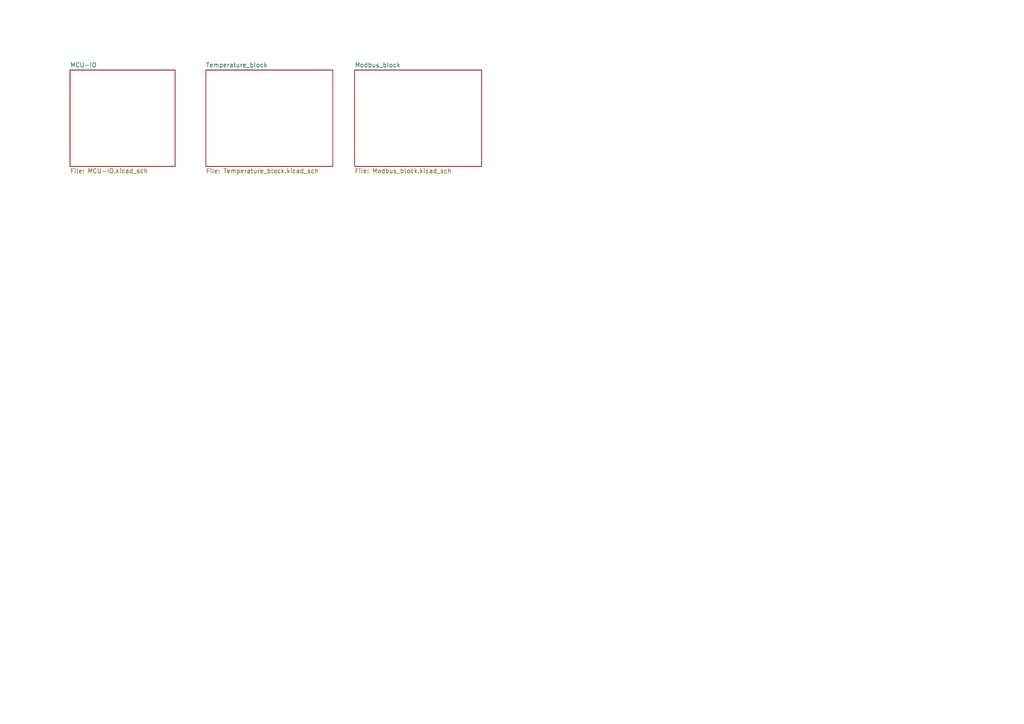
<source format=kicad_sch>
(kicad_sch
	(version 20231120)
	(generator "eeschema")
	(generator_version "8.0")
	(uuid "e02f80f6-ce77-450b-a25c-ebd7c867a183")
	(paper "A4")
	(lib_symbols)
	(sheet
		(at 20.32 20.32)
		(size 30.48 27.94)
		(fields_autoplaced yes)
		(stroke
			(width 0.1524)
			(type solid)
		)
		(fill
			(color 0 0 0 0.0000)
		)
		(uuid "45b5e4f1-6ba7-4d16-aea1-e40d94abf55a")
		(property "Sheetname" "MCU-IO"
			(at 20.32 19.6084 0)
			(effects
				(font
					(size 1.27 1.27)
				)
				(justify left bottom)
			)
		)
		(property "Sheetfile" "MCU-IO.kicad_sch"
			(at 20.32 48.8446 0)
			(effects
				(font
					(size 1.27 1.27)
				)
				(justify left top)
			)
		)
		(instances
			(project "Temperature_controler"
				(path "/e02f80f6-ce77-450b-a25c-ebd7c867a183"
					(page "2")
				)
			)
		)
	)
	(sheet
		(at 59.69 20.32)
		(size 36.83 27.94)
		(fields_autoplaced yes)
		(stroke
			(width 0.1524)
			(type solid)
		)
		(fill
			(color 0 0 0 0.0000)
		)
		(uuid "a5ccd836-a16b-40b5-9df1-6c0de1bde4a8")
		(property "Sheetname" "Temperature_block"
			(at 59.69 19.6084 0)
			(effects
				(font
					(size 1.27 1.27)
				)
				(justify left bottom)
			)
		)
		(property "Sheetfile" "Temperature_block.kicad_sch"
			(at 59.69 48.8446 0)
			(effects
				(font
					(size 1.27 1.27)
				)
				(justify left top)
			)
		)
		(instances
			(project "Temperature_controler"
				(path "/e02f80f6-ce77-450b-a25c-ebd7c867a183"
					(page "3")
				)
			)
		)
	)
	(sheet
		(at 102.87 20.32)
		(size 36.83 27.94)
		(fields_autoplaced yes)
		(stroke
			(width 0.1524)
			(type solid)
		)
		(fill
			(color 0 0 0 0.0000)
		)
		(uuid "e09705c4-e719-46d0-bbfe-d5fbaa444ec8")
		(property "Sheetname" "Modbus_block"
			(at 102.87 19.6084 0)
			(effects
				(font
					(size 1.27 1.27)
				)
				(justify left bottom)
			)
		)
		(property "Sheetfile" "Modbus_block.kicad_sch"
			(at 102.87 48.8446 0)
			(effects
				(font
					(size 1.27 1.27)
				)
				(justify left top)
			)
		)
		(instances
			(project "Temperature_controler"
				(path "/e02f80f6-ce77-450b-a25c-ebd7c867a183"
					(page "4")
				)
			)
		)
	)
	(sheet_instances
		(path "/"
			(page "1")
		)
	)
)

</source>
